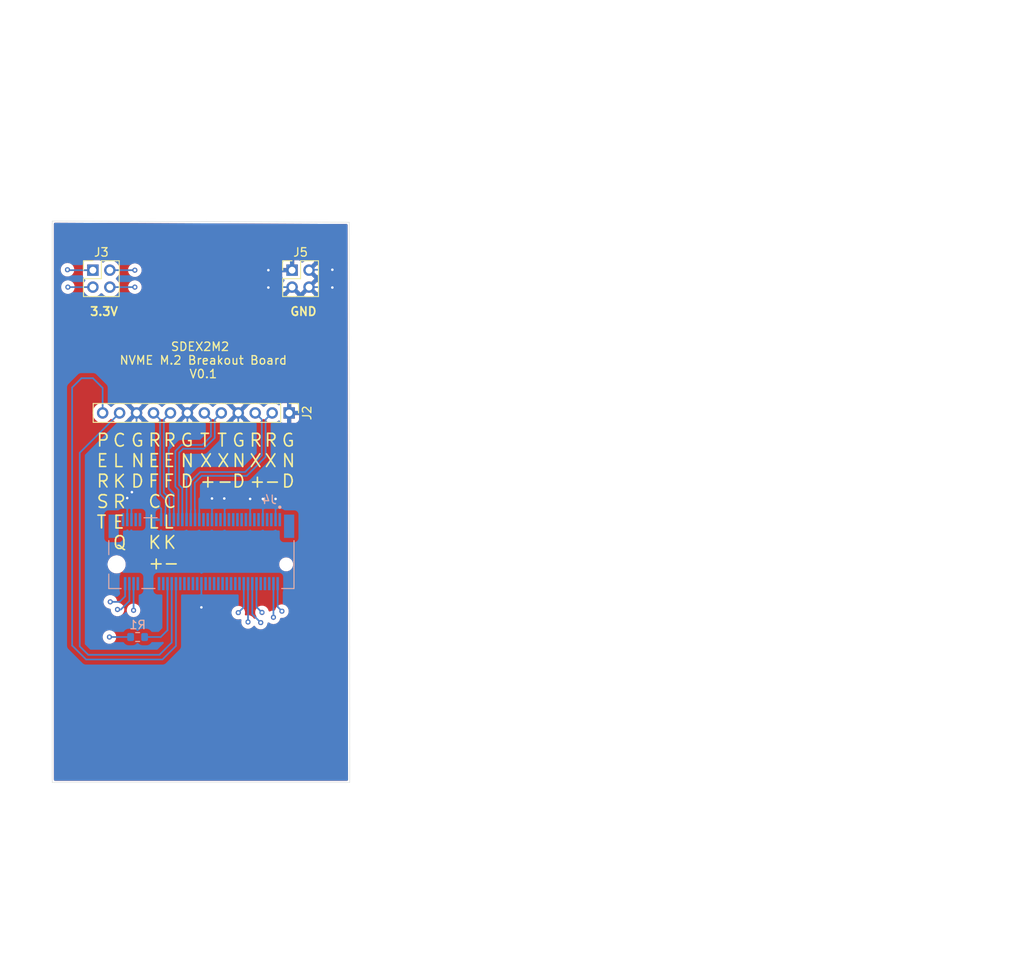
<source format=kicad_pcb>
(kicad_pcb (version 20241229) (generator "pcbnew") (generator_version "9.0")
  (layers (0 "F.Cu" signal) (4 "In1.Cu" signal "In1.GND.Cu") (6 "In2.Cu" signal "In2.VCC.Cu") (8 "In3.Cu" signal "In3.VCC.Cu") (10 "In4.Cu" signal "In4.GND.Cu") (2 "B.Cu" signal) (13 "F.Paste" user) (15 "B.Paste" user) (5 "F.SilkS" user "F.Silkscreen") (7 "B.SilkS" user "B.Silkscreen") (1 "F.Mask" user) (3 "B.Mask" user) (25 "Edge.Cuts" user))
  (net 0 "")
  (net 1 "/TX+")
  (net 2 "/TX-")
  (net 3 "/RX+")
  (net 4 "GND")
  (net 5 "/RX-")
  (net 6 "/REFCLK+")
  (net 7 "/REFCLK-")
  (net 8 "/PERST")
  (net 9 "/CLKREQ")
  (net 10 "/3.3V")
  (net 43 "Net-(J4-Pad54)")
  (footprint "Connector_PinHeader_2.00mm:PinHeader_1x12_P2.00mm_Vertical" (layer "F.Cu") (at 151.35 126.45 -90)
    (property "Reference" "J2" (at 0 -2.11 90) (layer "F.SilkS"))
    (property "Value" "Conn_01x12_Pin")
    (fp_line (start -1.11 23.11) (end 1.11 23.11) (stroke (width 0.12)) (layer "F.SilkS"))
    (fp_line (start -1.11 1) (end -1.11 23.11) (stroke (width 0.12)) (layer "F.SilkS"))
    (fp_line (start -1.11 1) (end 1.11 1) (stroke (width 0.12)) (layer "F.SilkS"))
    (fp_line (start 1.11 1) (end 1.11 23.11) (stroke (width 0.12)) (layer "F.SilkS"))
    (fp_line (start -1.11 0) (end -1.11 -1.11) (stroke (width 0.12)) (layer "F.SilkS"))
    (fp_line (start -1.11 -1.11) (end 0 -1.11) (stroke (width 0.12)) (layer "F.SilkS"))
    (pad "1" thru_hole rect (at 0 0 270) (size 1.35 1.35) (drill 0.8) (layers "*.Cu" "*.Mask") (net 4 "GND"))
    (pad "2" thru_hole circle (at 0 2 270) (size 1.35 1.35) (drill 0.8) (layers "*.Cu" "*.Mask") (net 5 "/RX-"))
    (pad "3" thru_hole circle (at 0 4 270) (size 1.35 1.35) (drill 0.8) (layers "*.Cu" "*.Mask") (net 3 "/RX+"))
    (pad "4" thru_hole circle (at 0 6 270) (size 1.35 1.35) (drill 0.8) (layers "*.Cu" "*.Mask") (net 4 "GND"))
    (pad "5" thru_hole circle (at 0 8 270) (size 1.35 1.35) (drill 0.8) (layers "*.Cu" "*.Mask") (net 2 "/TX-"))
    (pad "6" thru_hole circle (at 0 10 270) (size 1.35 1.35) (drill 0.8) (layers "*.Cu" "*.Mask") (net 1 "/TX+"))
    (pad "7" thru_hole circle (at 0 12 270) (size 1.35 1.35) (drill 0.8) (layers "*.Cu" "*.Mask") (net 4 "GND"))
    (pad "8" thru_hole circle (at 0 14 270) (size 1.35 1.35) (drill 0.8) (layers "*.Cu" "*.Mask") (net 7 "/REFCLK-"))
    (pad "9" thru_hole circle (at 0 16 270) (size 1.35 1.35) (drill 0.8) (layers "*.Cu" "*.Mask") (net 6 "/REFCLK+"))
    (pad "10" thru_hole circle (at 0 18 270) (size 1.35 1.35) (drill 0.8) (layers "*.Cu" "*.Mask") (net 4 "GND"))
    (pad "11" thru_hole circle (at 0 20 270) (size 1.35 1.35) (drill 0.8) (layers "*.Cu" "*.Mask") (net 9 "/CLKREQ"))
    (pad "12" thru_hole circle (at 0 22 270) (size 1.35 1.35) (drill 0.8) (layers "*.Cu" "*.Mask") (net 8 "/PERST"))
  )
  (footprint "Connector_PinHeader_2.00mm:PinHeader_2x02_P2.00mm_Vertical" (layer "F.Cu") (at 128.2 109.6)
    (property "Reference" "J3" (at 1 -2.11 0) (layer "F.SilkS"))
    (property "Value" "Conn_02x02_Counter_Clockwise")
    (fp_line (start -1.11 -1.11) (end 0 -1.11) (stroke (width 0.12)) (layer "F.SilkS"))
    (fp_line (start -1.11 0) (end -1.11 -1.11) (stroke (width 0.12)) (layer "F.SilkS"))
    (fp_line (start -1.11 1) (end -1.11 3.11) (stroke (width 0.12)) (layer "F.SilkS"))
    (fp_line (start -1.11 1) (end 1 1) (stroke (width 0.12)) (layer "F.SilkS"))
    (fp_line (start -1.11 3.11) (end 3.11 3.11) (stroke (width 0.12)) (layer "F.SilkS"))
    (fp_line (start 1 -1.11) (end 3.11 -1.11) (stroke (width 0.12)) (layer "F.SilkS"))
    (fp_line (start 1 1) (end 1 -1.11) (stroke (width 0.12)) (layer "F.SilkS"))
    (fp_line (start 3.11 -1.11) (end 3.11 3.11) (stroke (width 0.12)) (layer "F.SilkS"))
    (pad "1" thru_hole rect (at 0 0) (size 1.35 1.35) (drill 0.8) (layers "*.Cu" "*.Mask") (net 10 "/3.3V"))
    (pad "2" thru_hole circle (at 2 0) (size 1.35 1.35) (drill 0.8) (layers "*.Cu" "*.Mask") (net 10 "/3.3V"))
    (pad "3" thru_hole circle (at 0 2) (size 1.35 1.35) (drill 0.8) (layers "*.Cu" "*.Mask") (net 10 "/3.3V"))
    (pad "4" thru_hole circle (at 2 2) (size 1.35 1.35) (drill 0.8) (layers "*.Cu" "*.Mask") (net 10 "/3.3V"))
  )
  (footprint "Connector_PinHeader_2.00mm:PinHeader_2x02_P2.00mm_Vertical" (layer "F.Cu") (at 151.7 109.6)
    (property "Reference" "J5" (at 1 -2.11 0) (layer "F.SilkS"))
    (property "Value" "Conn_02x02_Counter_Clockwise")
    (fp_line (start -1.11 -1.11) (end 0 -1.11) (stroke (width 0.12)) (layer "F.SilkS"))
    (fp_line (start -1.11 0) (end -1.11 -1.11) (stroke (width 0.12)) (layer "F.SilkS"))
    (fp_line (start -1.11 1) (end -1.11 3.11) (stroke (width 0.12)) (layer "F.SilkS"))
    (fp_line (start -1.11 1) (end 1 1) (stroke (width 0.12)) (layer "F.SilkS"))
    (fp_line (start -1.11 3.11) (end 3.11 3.11) (stroke (width 0.12)) (layer "F.SilkS"))
    (fp_line (start 1 -1.11) (end 3.11 -1.11) (stroke (width 0.12)) (layer "F.SilkS"))
    (fp_line (start 1 1) (end 1 -1.11) (stroke (width 0.12)) (layer "F.SilkS"))
    (fp_line (start 3.11 -1.11) (end 3.11 3.11) (stroke (width 0.12)) (layer "F.SilkS"))
    (pad "1" thru_hole rect (at 0 0) (size 1.35 1.35) (drill 0.8) (layers "*.Cu" "*.Mask") (net 4 "GND"))
    (pad "2" thru_hole circle (at 2 0) (size 1.35 1.35) (drill 0.8) (layers "*.Cu" "*.Mask") (net 4 "GND"))
    (pad "3" thru_hole circle (at 0 2) (size 1.35 1.35) (drill 0.8) (layers "*.Cu" "*.Mask") (net 4 "GND"))
    (pad "4" thru_hole circle (at 2 2) (size 1.35 1.35) (drill 0.8) (layers "*.Cu" "*.Mask") (net 4 "GND"))
  )
  (footprint "10130616-067R2LF:AMPHENOL_10130616-067R2LF" (layer "B.Cu") (at 141 144.325 180)
    (property "Reference" "J4" (at -8.025 7.635 0) (layer "B.SilkS") (effects (justify mirror)))
    (property "Value" "10130616-067R2LF")
    (fp_line (start 10.925 1.145) (end 10.925 2.805) (stroke (width 0.127)) (layer "B.SilkS"))
    (fp_line (start 10.925 -2.85) (end 10.925 -1.145) (stroke (width 0.127)) (layer "B.SilkS"))
    (fp_line (start 9.47 -2.85) (end 10.925 -2.85) (stroke (width 0.127)) (layer "B.SilkS"))
    (fp_line (start 5.47 -2.85) (end 7.03 -2.85) (stroke (width 0.127)) (layer "B.SilkS"))
    (fp_line (start 5.22 5.5) (end 6.78 5.5) (stroke (width 0.127)) (layer "B.SilkS"))
    (fp_line (start -10.925 -2.85) (end -9.47 -2.85) (stroke (width 0.127)) (layer "B.SilkS"))
    (fp_line (start -10.925 -2.85) (end -10.925 2.805) (stroke (width 0.127)) (layer "B.SilkS"))
    (fp_circle (center -9.25 6.75) (end -9.15 6.75) (stroke (width 0.2)) (fill no) (layer "B.SilkS"))
    (pad "" np_thru_hole circle (at -10 0 180) (size 1.15 1.15) (drill 1.15) (layers "*.Cu" "*.Mask"))
    (pad "" np_thru_hole circle (at 10 0 180) (size 1.65 1.65) (drill 1.65) (layers "*.Cu" "*.Mask"))
    (pad "1" smd rect (at -9.25 5.275 180) (size 0.3 1.55) (layers "B.Cu" "B.Mask" "B.Paste"))
    (pad "2" smd rect (at -9 -2.275 180) (size 0.3 1.55) (layers "B.Cu" "B.Mask" "B.Paste") (net 10 "/3.3V"))
    (pad "3" smd rect (at -8.75 5.275 180) (size 0.3 1.55) (layers "B.Cu" "B.Mask" "B.Paste") (net 4 "GND"))
    (pad "4" smd rect (at -8.5 -2.275 180) (size 0.3 1.55) (layers "B.Cu" "B.Mask" "B.Paste") (net 10 "/3.3V"))
    (pad "5" smd rect (at -8.25 5.275 180) (size 0.3 1.55) (layers "B.Cu" "B.Mask" "B.Paste"))
    (pad "6" smd rect (at -8 -2.275 180) (size 0.3 1.55) (layers "B.Cu" "B.Mask" "B.Paste"))
    (pad "7" smd rect (at -7.75 5.275 180) (size 0.3 1.55) (layers "B.Cu" "B.Mask" "B.Paste"))
    (pad "8" smd rect (at -7.5 -2.275 180) (size 0.3 1.55) (layers "B.Cu" "B.Mask" "B.Paste"))
    (pad "9" smd rect (at -7.25 5.275 180) (size 0.3 1.55) (layers "B.Cu" "B.Mask" "B.Paste") (net 4 "GND"))
    (pad "10" smd rect (at -7 -2.275 180) (size 0.3 1.55) (layers "B.Cu" "B.Mask" "B.Paste"))
    (pad "11" smd rect (at -6.75 5.275 180) (size 0.3 1.55) (layers "B.Cu" "B.Mask" "B.Paste"))
    (pad "12" smd rect (at -6.5 -2.275 180) (size 0.3 1.55) (layers "B.Cu" "B.Mask" "B.Paste") (net 10 "/3.3V"))
    (pad "13" smd rect (at -6.25 5.275 180) (size 0.3 1.55) (layers "B.Cu" "B.Mask" "B.Paste"))
    (pad "14" smd rect (at -6 -2.275 180) (size 0.3 1.55) (layers "B.Cu" "B.Mask" "B.Paste") (net 10 "/3.3V"))
    (pad "15" smd rect (at -5.75 5.275 180) (size 0.3 1.55) (layers "B.Cu" "B.Mask" "B.Paste") (net 4 "GND"))
    (pad "16" smd rect (at -5.5 -2.275 180) (size 0.3 1.55) (layers "B.Cu" "B.Mask" "B.Paste") (net 10 "/3.3V"))
    (pad "17" smd rect (at -5.25 5.275 180) (size 0.3 1.55) (layers "B.Cu" "B.Mask" "B.Paste"))
    (pad "18" smd rect (at -5 -2.275 180) (size 0.3 1.55) (layers "B.Cu" "B.Mask" "B.Paste") (net 10 "/3.3V"))
    (pad "19" smd rect (at -4.75 5.275 180) (size 0.3 1.55) (layers "B.Cu" "B.Mask" "B.Paste"))
    (pad "20" smd rect (at -4.5 -2.275 180) (size 0.3 1.55) (layers "B.Cu" "B.Mask" "B.Paste"))
    (pad "21" smd rect (at -4.25 5.275 180) (size 0.3 1.55) (layers "B.Cu" "B.Mask" "B.Paste"))
    (pad "22" smd rect (at -4 -2.275 180) (size 0.3 1.55) (layers "B.Cu" "B.Mask" "B.Paste"))
    (pad "23" smd rect (at -3.75 5.275 180) (size 0.3 1.55) (layers "B.Cu" "B.Mask" "B.Paste"))
    (pad "24" smd rect (at -3.5 -2.275 180) (size 0.3 1.55) (layers "B.Cu" "B.Mask" "B.Paste"))
    (pad "25" smd rect (at -3.25 5.275 180) (size 0.3 1.55) (layers "B.Cu" "B.Mask" "B.Paste"))
    (pad "26" smd rect (at -3 -2.275 180) (size 0.3 1.55) (layers "B.Cu" "B.Mask" "B.Paste"))
    (pad "27" smd rect (at -2.75 5.275 180) (size 0.3 1.55) (layers "B.Cu" "B.Mask" "B.Paste") (net 4 "GND"))
    (pad "28" smd rect (at -2.5 -2.275 180) (size 0.3 1.55) (layers "B.Cu" "B.Mask" "B.Paste"))
    (pad "29" smd rect (at -2.25 5.275 180) (size 0.3 1.55) (layers "B.Cu" "B.Mask" "B.Paste"))
    (pad "30" smd rect (at -2 -2.275 180) (size 0.3 1.55) (layers "B.Cu" "B.Mask" "B.Paste"))
    (pad "31" smd rect (at -1.75 5.275 180) (size 0.3 1.55) (layers "B.Cu" "B.Mask" "B.Paste"))
    (pad "32" smd rect (at -1.5 -2.275 180) (size 0.3 1.55) (layers "B.Cu" "B.Mask" "B.Paste"))
    (pad "33" smd rect (at -1.25 5.275 180) (size 0.3 1.55) (layers "B.Cu" "B.Mask" "B.Paste") (net 4 "GND"))
    (pad "34" smd rect (at -1 -2.275 180) (size 0.3 1.55) (layers "B.Cu" "B.Mask" "B.Paste"))
    (pad "35" smd rect (at -0.75 5.275 180) (size 0.3 1.55) (layers "B.Cu" "B.Mask" "B.Paste"))
    (pad "36" smd rect (at -0.5 -2.275 180) (size 0.3 1.55) (layers "B.Cu" "B.Mask" "B.Paste"))
    (pad "37" smd rect (at -0.25 5.275 180) (size 0.3 1.55) (layers "B.Cu" "B.Mask" "B.Paste"))
    (pad "38" smd rect (at 0 -2.275 180) (size 0.3 1.55) (layers "B.Cu" "B.Mask" "B.Paste") (net 4 "GND"))
    (pad "39" smd rect (at 0.25 5.275 180) (size 0.3 1.55) (layers "B.Cu" "B.Mask" "B.Paste") (net 4 "GND"))
    (pad "40" smd rect (at 0.5 -2.275 180) (size 0.3 1.55) (layers "B.Cu" "B.Mask" "B.Paste"))
    (pad "41" smd rect (at 0.75 5.275 180) (size 0.3 1.55) (layers "B.Cu" "B.Mask" "B.Paste") (net 5 "/RX-"))
    (pad "42" smd rect (at 1 -2.275 180) (size 0.3 1.55) (layers "B.Cu" "B.Mask" "B.Paste"))
    (pad "43" smd rect (at 1.25 5.275 180) (size 0.3 1.55) (layers "B.Cu" "B.Mask" "B.Paste") (net 3 "/RX+"))
    (pad "44" smd rect (at 1.5 -2.275 180) (size 0.3 1.55) (layers "B.Cu" "B.Mask" "B.Paste"))
    (pad "45" smd rect (at 1.75 5.275 180) (size 0.3 1.55) (layers "B.Cu" "B.Mask" "B.Paste") (net 4 "GND"))
    (pad "46" smd rect (at 2 -2.275 180) (size 0.3 1.55) (layers "B.Cu" "B.Mask" "B.Paste"))
    (pad "47" smd rect (at 2.25 5.275 180) (size 0.3 1.55) (layers "B.Cu" "B.Mask" "B.Paste") (net 2 "/TX-"))
    (pad "48" smd rect (at 2.5 -2.275 180) (size 0.3 1.55) (layers "B.Cu" "B.Mask" "B.Paste"))
    (pad "49" smd rect (at 2.75 5.275 180) (size 0.3 1.55) (layers "B.Cu" "B.Mask" "B.Paste") (net 1 "/TX+"))
    (pad "50" smd rect (at 3 -2.275 180) (size 0.3 1.55) (layers "B.Cu" "B.Mask" "B.Paste") (net 8 "/PERST"))
    (pad "51" smd rect (at 3.25 5.275 180) (size 0.3 1.55) (layers "B.Cu" "B.Mask" "B.Paste") (net 4 "GND"))
    (pad "52" smd rect (at 3.5 -2.275 180) (size 0.3 1.55) (layers "B.Cu" "B.Mask" "B.Paste") (net 9 "/CLKREQ"))
    (pad "53" smd rect (at 3.75 5.275 180) (size 0.3 1.55) (layers "B.Cu" "B.Mask" "B.Paste") (net 7 "/REFCLK-"))
    (pad "54" smd rect (at 4 -2.275 180) (size 0.3 1.55) (layers "B.Cu" "B.Mask" "B.Paste") (net 43 "Net-(J4-Pad54)"))
    (pad "55" smd rect (at 4.25 5.275 180) (size 0.3 1.55) (layers "B.Cu" "B.Mask" "B.Paste") (net 6 "/REFCLK+"))
    (pad "56" smd rect (at 4.5 -2.275 180) (size 0.3 1.55) (layers "B.Cu" "B.Mask" "B.Paste"))
    (pad "57" smd rect (at 4.75 5.275 180) (size 0.3 1.55) (layers "B.Cu" "B.Mask" "B.Paste") (net 4 "GND"))
    (pad "58" smd rect (at 5 -2.275 180) (size 0.3 1.55) (layers "B.Cu" "B.Mask" "B.Paste"))
    (pad "67" smd rect (at 7.25 5.275 180) (size 0.3 1.55) (layers "B.Cu" "B.Mask" "B.Paste"))
    (pad "68" smd rect (at 7.5 -2.275 180) (size 0.3 1.55) (layers "B.Cu" "B.Mask" "B.Paste"))
    (pad "69" smd rect (at 7.75 5.275 180) (size 0.3 1.55) (layers "B.Cu" "B.Mask" "B.Paste"))
    (pad "70" smd rect (at 8 -2.275 180) (size 0.3 1.55) (layers "B.Cu" "B.Mask" "B.Paste") (net 10 "/3.3V"))
    (pad "71" smd rect (at 8.25 5.275 180) (size 0.3 1.55) (layers "B.Cu" "B.Mask" "B.Paste") (net 4 "GND"))
    (pad "72" smd rect (at 8.5 -2.275 180) (size 0.3 1.55) (layers "B.Cu" "B.Mask" "B.Paste") (net 10 "/3.3V"))
    (pad "73" smd rect (at 8.75 5.275 180) (size 0.3 1.55) (layers "B.Cu" "B.Mask" "B.Paste") (net 4 "GND"))
    (pad "74" smd rect (at 9 -2.275 180) (size 0.3 1.55) (layers "B.Cu" "B.Mask" "B.Paste") (net 10 "/3.3V"))
    (pad "75" smd rect (at 9.25 5.275 180) (size 0.3 1.55) (layers "B.Cu" "B.Mask" "B.Paste"))
    (pad "SH1" smd rect (at -10.35 4.5 180) (size 1.2 2.75) (layers "B.Cu" "B.Mask" "B.Paste"))
    (pad "SH2" smd rect (at 10.35 4.5 180) (size 1.2 2.75) (layers "B.Cu" "B.Mask" "B.Paste"))
  )
  (footprint "Resistor_SMD:R_0603_1608Metric" (layer "B.Cu") (at 133.475 152.9 180)
    (property "Reference" "R1" (at 0 1.43 0) (layer "B.SilkS") (effects (justify mirror)))
    (property "Value" "R_Small (Pull-Up) 33kΩ")
    (fp_line (start -0.237258 0.5225) (end 0.237258 0.5225) (stroke (width 0.12)) (layer "B.SilkS"))
    (fp_line (start -0.237258 -0.5225) (end 0.237258 -0.5225) (stroke (width 0.12)) (layer "B.SilkS"))
    (pad "1" smd roundrect (at -0.825 0 180) (size 0.8 0.95) (layers "B.Cu" "B.Mask" "B.Paste") (net 43 "Net-(J4-Pad54)"))
    (pad "2" smd roundrect (at 0.825 0 180) (size 0.8 0.95) (layers "B.Cu" "B.Mask" "B.Paste") (net 10 "/3.3V"))
  )
  (gr_line (start 123.4 170.07) (end 158.5 170.07) (stroke (width 0.05)) (layer "Edge.Cuts"))
  (gr_line (start 158.45 103.95) (end 158.5 170.07) (stroke (width 0.05)) (layer "Edge.Cuts"))
  (gr_line (start 123.4 103.8) (end 123.4 170.07) (stroke (width 0.05)) (layer "Edge.Cuts"))
  (gr_line (start 123.4 103.8) (end 158.45 103.95) (stroke (width 0.05)) (layer "Edge.Cuts"))
  (gr_text "3.3V" (at 127.762 115.062 0) (layer "F.SilkS") (effects (font (size 1 1) (thickness 0.2) (bold yes)) (justify left bottom)))
  (gr_text "GND" (at 151.384 115.062 0) (layer "F.SilkS") (effects (font (size 1 1) (thickness 0.2) (bold yes)) (justify left bottom)))
  (gr_text "T\nX\n+" (at 140.716 135.382 0) (layer "F.SilkS") (effects (font (size 1.5 1.5) (thickness 0.1875)) (justify left bottom)))
  (gr_text "R\nX\n+" (at 146.558 135.382 0) (layer "F.SilkS") (effects (font (size 1.5 1.5) (thickness 0.1875)) (justify left bottom)))
  (gr_text "SDEX2M2 \nNVME M.2 Breakout Board\nV0.1" (at 141.224 122.428 0) (layer "F.SilkS") (effects (font (size 1 1)) (justify bottom)))
  (gr_text "G\nN\nD" (at 150.368 135.382 0) (layer "F.SilkS") (effects (font (size 1.5 1.5) (thickness 0.1875)) (justify left bottom)))
  (gr_text "G\nN\nD" (at 138.43 135.382 0) (layer "F.SilkS") (effects (font (size 1.5 1.5) (thickness 0.1875)) (justify left bottom)))
  (gr_text "P\nE\nR\nS\nT" (at 128.524 140.208 0) (layer "F.SilkS") (effects (font (size 1.5 1.5) (thickness 0.1875)) (justify left bottom)))
  (gr_text "G\nN\nD" (at 132.588 135.382 0) (layer "F.SilkS") (effects (font (size 1.5 1.5) (thickness 0.1875)) (justify left bottom)))
  (gr_text "G\nN\nD" (at 144.526 135.382 0) (layer "F.SilkS") (effects (font (size 1.5 1.5) (thickness 0.1875)) (justify left bottom)))
  (gr_text "R\nE\nF\nC\nL\nK\n+" (at 134.62 145.034 0) (layer "F.SilkS") (effects (font (size 1.5 1.5) (thickness 0.1875)) (justify left bottom)))
  (gr_text "T\nX\n-" (at 142.748 135.382 0) (layer "F.SilkS") (effects (font (size 1.5 1.5) (thickness 0.1875)) (justify left bottom)))
  (gr_text "R\nE\nF\nC\nL\nK\n-" (at 136.398 145.034 0) (layer "F.SilkS") (effects (font (size 1.5 1.5) (thickness 0.1875)) (justify left bottom)))
  (gr_text "R\nX\n-" (at 148.336 135.382 0) (layer "F.SilkS") (effects (font (size 1.5 1.5) (thickness 0.1875)) (justify left bottom)))
  (gr_text "C\nL\nK\nR\nE\nQ" (at 130.451552 142.634195 0) (layer "F.SilkS") (effects (font (size 1.5 1.5) (thickness 0.1875)) (justify left bottom)))
  (segment (start 138.299999 139.000001) (end 138.25 139.05) (width 0.2) (layer "B.Cu") (net 1))
  (segment (start 137.925 130.956802) (end 137.925 135.143198) (width 0.2) (layer "B.Cu") (net 1))
  (segment (start 141.35 126.45) (end 142.124999 127.224999) (width 0.2) (layer "B.Cu") (net 1))
  (segment (start 142.124999 129.206803) (end 141.106802 130.225) (width 0.2) (layer "B.Cu") (net 1))
  (segment (start 141.106802 130.225) (end 138.656802 130.225) (width 0.2) (layer "B.Cu") (net 1))
  (segment (start 138.299999 135.518197) (end 138.299999 139.000001) (width 0.2) (layer "B.Cu") (net 1))
  (segment (start 142.124999 127.224999) (end 142.124999 129.206803) (width 0.2) (layer "B.Cu") (net 1))
  (segment (start 138.656802 130.225) (end 137.925 130.956802) (width 0.2) (layer "B.Cu") (net 1))
  (segment (start 137.925 135.143198) (end 138.299999 135.518197) (width 0.2) (layer "B.Cu") (net 1))
  (segment (start 138.375 134.956802) (end 138.75 135.331802) (width 0.2) (layer "B.Cu") (net 2))
  (segment (start 143.35 126.45) (end 142.575001 127.224999) (width 0.2) (layer "B.Cu") (net 2))
  (segment (start 138.375 131.143198) (end 138.375 134.956802) (width 0.2) (layer "B.Cu") (net 2))
  (segment (start 142.575001 127.224999) (end 142.575001 129.393197) (width 0.2) (layer "B.Cu") (net 2))
  (segment (start 138.843198 130.675) (end 138.375 131.143198) (width 0.2) (layer "B.Cu") (net 2))
  (segment (start 138.75 135.331802) (end 138.75 139.05) (width 0.2) (layer "B.Cu") (net 2))
  (segment (start 141.293198 130.675) (end 138.843198 130.675) (width 0.2) (layer "B.Cu") (net 2))
  (segment (start 142.575001 129.393197) (end 141.293198 130.675) (width 0.2) (layer "B.Cu") (net 2))
  (segment (start 146.156802 133.425) (end 148.124999 131.456803) (width 0.2) (layer "B.Cu") (net 3))
  (segment (start 148.124999 127.224999) (end 147.35 126.45) (width 0.2) (layer "B.Cu") (net 3))
  (segment (start 148.124999 131.456803) (end 148.124999 127.224999) (width 0.2) (layer "B.Cu") (net 3))
  (segment (start 139.775 134.506802) (end 140.856802 133.425) (width 0.2) (layer "B.Cu") (net 3))
  (segment (start 140.856802 133.425) (end 146.156802 133.425) (width 0.2) (layer "B.Cu") (net 3))
  (segment (start 139.75 139.05) (end 139.75 137.887499) (width 0.2) (layer "B.Cu") (net 3))
  (segment (start 139.75 137.887499) (end 139.775 137.862499) (width 0.2) (layer "B.Cu") (net 3))
  (segment (start 139.775 137.862499) (end 139.775 134.506802) (width 0.2) (layer "B.Cu") (net 3))
  (via (at 148.9 109.6) (size 0.6) (drill 0.3) (layers "F.Cu" "B.Cu") (net 4))
  (via (at 156.45 109.55) (size 0.6) (drill 0.3) (layers "F.Cu" "B.Cu") (net 4))
  (via (at 148.25 136.6) (size 0.6) (drill 0.3) (layers "F.Cu" "B.Cu") (net 4))
  (via (at 146.75 136.6) (size 0.6) (drill 0.3) (layers "F.Cu" "B.Cu") (net 4))
  (via (at 132.25 136.5) (size 0.6) (drill 0.3) (layers "F.Cu" "B.Cu") (net 4))
  (via (at 132.8 135.8) (size 0.6) (drill 0.3) (layers "F.Cu" "B.Cu") (net 4))
  (via (at 143.7 136.55) (size 0.6) (drill 0.3) (layers "F.Cu" "B.Cu") (net 4))
  (via (at 141 149.4) (size 0.6) (drill 0.3) (layers "F.Cu" "B.Cu") (net 4))
  (via (at 142.25 136.55) (size 0.6) (drill 0.3) (layers "F.Cu" "B.Cu") (net 4))
  (via (at 149.75 136.6) (size 0.6) (drill 0.3) (layers "F.Cu" "B.Cu") (net 4))
  (via (at 148.9 111.65) (size 0.6) (drill 0.3) (layers "F.Cu" "B.Cu") (net 4))
  (via (at 156.45 111.65) (size 0.6) (drill 0.3) (layers "F.Cu" "B.Cu") (net 4))
  (segment (start 146.75 139.05) (end 146.75 136.6) (width 0.2) (layer "B.Cu") (net 4))
  (segment (start 153.7 111.6) (end 156.4 111.6) (width 0.2) (layer "B.Cu") (net 4))
  (segment (start 147.65 134.75) (end 147.7 134.8) (width 0.2) (layer "B.Cu") (net 4))
  (segment (start 132.25 139.05) (end 132.25 136.5) (width 0.2) (layer "B.Cu") (net 4))
  (segment (start 141 146.6) (end 141 149.4) (width 0.2) (layer "B.Cu") (net 4))
  (segment (start 139.25 139.05) (end 139.25 133.65) (width 0.2) (layer "B.Cu") (net 4))
  (segment (start 133.35 129.35) (end 133.35 126.45) (width 0.2) (layer "B.Cu") (net 4))
  (segment (start 135.6 131.6) (end 133.35 129.35) (width 0.2) (layer "B.Cu") (net 4))
  (segment (start 136.25 139.05) (end 136.25 137.75) (width 0.2) (layer "B.Cu") (net 4))
  (segment (start 142.6 134.75) (end 147.65 134.75) (width 0.2) (layer "B.Cu") (net 4))
  (segment (start 148.25 139.05) (end 148.25 136.6) (width 0.2) (layer "B.Cu") (net 4))
  (segment (start 156.67 137.98) (end 156.68 137.97) (width 0.2) (layer "B.Cu") (net 4))
  (segment (start 138.15 129.55) (end 138.85 129.55) (width 0.2) (layer "B.Cu") (net 4))
  (segment (start 143.75 139.05) (end 143.75 136.6) (width 0.2) (layer "B.Cu") (net 4))
  (segment (start 151.7 109.6) (end 148.9 109.6) (width 0.2) (layer "B.Cu") (net 4))
  (segment (start 132.75 135.85) (end 132.8 135.8) (width 0.2) (layer "B.Cu") (net 4))
  (segment (start 145.35 131.85) (end 145.35 126.45) (width 0.2) (layer "B.Cu") (net 4))
  (segment (start 151.7 111.6) (end 148.95 111.6) (width 0.2) (layer "B.Cu") (net 4))
  (segment (start 156.45 109.55) (end 153.75 109.55) (width 0.2) (layer "B.Cu") (net 4))
  (segment (start 151.35 131.15) (end 151.35 126.45) (width 0.2) (layer "B.Cu") (net 4))
  (segment (start 149.75 139.05) (end 149.75 136.6) (width 0.2) (layer "B.Cu") (net 4))
  (segment (start 156.4 111.6) (end 156.45 111.65) (width 0.2) (layer "B.Cu") (net 4))
  (segment (start 132.75 139.05) (end 132.75 135.85) (width 0.2) (layer "B.Cu") (net 4))
  (segment (start 148.95 111.6) (end 148.9 111.65) (width 0.2) (layer "B.Cu") (net 4))
  (segment (start 137.75 136) (end 137.75 139.05) (width 0.2) (layer "B.Cu") (net 4))
  (segment (start 139.35 129.05) (end 139.35 126.45) (width 0.2) (layer "B.Cu") (net 4))
  (segment (start 139.25 133.65) (end 140.45 132.45) (width 0.2) (layer "B.Cu") (net 4))
  (segment (start 143.75 136.6) (end 143.7 136.55) (width 0.2) (layer "B.Cu") (net 4))
  (segment (start 137.15 135.4) (end 137.15 130.55) (width 0.2) (layer "B.Cu") (net 4))
  (segment (start 140.45 132.45) (end 144.75 132.45) (width 0.2) (layer "B.Cu") (net 4))
  (segment (start 140.75 136.6) (end 142.6 134.75) (width 0.2) (layer "B.Cu") (net 4))
  (segment (start 137.15 130.55) (end 138.15 129.55) (width 0.2) (layer "B.Cu") (net 4))
  (segment (start 144.75 132.45) (end 145.35 131.85) (width 0.2) (layer "B.Cu") (net 4))
  (segment (start 147.7 134.8) (end 151.35 131.15) (width 0.2) (layer "B.Cu") (net 4))
  (segment (start 140.75 139.05) (end 140.75 136.6) (width 0.2) (layer "B.Cu") (net 4))
  (segment (start 138.85 129.55) (end 139.35 129.05) (width 0.2) (layer "B.Cu") (net 4))
  (segment (start 136.25 137.75) (end 135.6 137.1) (width 0.2) (layer "B.Cu") (net 4))
  (segment (start 135.6 137.1) (end 135.6 131.6) (width 0.2) (layer "B.Cu") (net 4))
  (segment (start 153.75 109.55) (end 153.7 109.6) (width 0.2) (layer "B.Cu") (net 4))
  (segment (start 137.15 135.4) (end 137.75 136) (width 0.2) (layer "B.Cu") (net 4))
  (segment (start 156.66 149.28) (end 156.69 149.25) (width 0.2) (layer "B.Cu") (net 4))
  (segment (start 142.25 139.05) (end 142.25 136.55) (width 0.2) (layer "B.Cu") (net 4))
  (segment (start 148.575001 131.643197) (end 148.575001 127.224999) (width 0.2) (layer "B.Cu") (net 5))
  (segment (start 140.225 137.862499) (end 140.225 134.693198) (width 0.2) (layer "B.Cu") (net 5))
  (segment (start 140.25 139.05) (end 140.25 137.887499) (width 0.2) (layer "B.Cu") (net 5))
  (segment (start 140.25 137.887499) (end 140.225 137.862499) (width 0.2) (layer "B.Cu") (net 5))
  (segment (start 148.575001 127.224999) (end 149.35 126.45) (width 0.2) (layer "B.Cu") (net 5))
  (segment (start 140.225 134.693198) (end 141.043198 133.875) (width 0.2) (layer "B.Cu") (net 5))
  (segment (start 141.043198 133.875) (end 146.343198 133.875) (width 0.2) (layer "B.Cu") (net 5))
  (segment (start 146.343198 133.875) (end 148.575001 131.643197) (width 0.2) (layer "B.Cu") (net 5))
  (segment (start 135.35 126.45) (end 136.124999 127.224999) (width 0.2) (layer "B.Cu") (net 6))
  (segment (start 136.75 137.887499) (end 136.75 139.05) (width 0.2) (layer "B.Cu") (net 6))
  (segment (start 136.124999 127.224999) (end 136.124999 136.043197) (width 0.2) (layer "B.Cu") (net 6))
  (segment (start 136.775 137.862499) (end 136.75 137.887499) (width 0.2) (layer "B.Cu") (net 6))
  (segment (start 136.124999 136.043197) (end 136.775 136.693198) (width 0.2) (layer "B.Cu") (net 6))
  (segment (start 136.775 136.693198) (end 136.775 137.862499) (width 0.2) (layer "B.Cu") (net 6))
  (segment (start 137.225 136.506802) (end 137.225 137.862499) (width 0.2) (layer "B.Cu") (net 7))
  (segment (start 137.25 137.887499) (end 137.25 139.05) (width 0.2) (layer "B.Cu") (net 7))
  (segment (start 137.225 137.862499) (end 137.25 137.887499) (width 0.2) (layer "B.Cu") (net 7))
  (segment (start 136.575001 127.224999) (end 136.575001 135.856803) (width 0.2) (layer "B.Cu") (net 7))
  (segment (start 137.35 126.45) (end 136.575001 127.224999) (width 0.2) (layer "B.Cu") (net 7))
  (segment (start 136.575001 135.856803) (end 137.225 136.506802) (width 0.2) (layer "B.Cu") (net 7))
  (segment (start 125.75 123.45) (end 125.75 153.9) (width 0.2) (layer "B.Cu") (net 8))
  (segment (start 126.85 122.35) (end 125.75 123.45) (width 0.2) (layer "B.Cu") (net 8))
  (segment (start 138 153.95) (end 138 146.6) (width 0.2) (layer "B.Cu") (net 8))
  (segment (start 129.35 123.5) (end 128.2 122.35) (width 0.2) (layer "B.Cu") (net 8))
  (segment (start 127.4 155.55) (end 136.4 155.55) (width 0.2) (layer "B.Cu") (net 8))
  (segment (start 128.2 122.35) (end 126.85 122.35) (width 0.2) (layer "B.Cu") (net 8))
  (segment (start 125.75 153.9) (end 127.4 155.55) (width 0.2) (layer "B.Cu") (net 8))
  (segment (start 136.4 155.55) (end 138 153.95) (width 0.2) (layer "B.Cu") (net 8))
  (segment (start 129.35 126.45) (end 129.35 123.5) (width 0.2) (layer "B.Cu") (net 8))
  (segment (start 126.65 154) (end 126.65 131.15) (width 0.2) (layer "B.Cu") (net 9))
  (segment (start 137.5 153.55) (end 136.05 155) (width 0.2) (layer "B.Cu") (net 9))
  (segment (start 137.5 146.6) (end 137.5 153.55) (width 0.2) (layer "B.Cu") (net 9))
  (segment (start 136.05 155) (end 127.65 155) (width 0.2) (layer "B.Cu") (net 9))
  (segment (start 127.65 155) (end 126.65 154) (width 0.2) (layer "B.Cu") (net 9))
  (segment (start 126.65 131.15) (end 131.35 126.45) (width 0.2) (layer "B.Cu") (net 9))
  (via (at 131.1 149.65) (size 0.6) (drill 0.3) (layers "F.Cu" "B.Cu") (net 10))
  (via (at 133.15 111.6) (size 0.6) (drill 0.3) (layers "F.Cu" "B.Cu") (net 10))
  (via (at 145.35 150.025) (size 0.6) (drill 0.3) (layers "F.Cu" "B.Cu") (net 10))
  (via (at 148 151.2) (size 0.6) (drill 0.3) (layers "F.Cu" "B.Cu") (net 10))
  (via (at 146.5 151.125) (size 0.6) (drill 0.3) (layers "F.Cu" "B.Cu") (net 10))
  (via (at 125.2 109.55) (size 0.6) (drill 0.3) (layers "F.Cu" "B.Cu") (net 10))
  (via (at 130.25 148.75) (size 0.6) (drill 0.3) (layers "F.Cu" "B.Cu") (net 10))
  (via (at 125.25 111.6) (size 0.6) (drill 0.3) (layers "F.Cu" "B.Cu") (net 10))
  (via (at 133.15 109.6) (size 0.6) (drill 0.3) (layers "F.Cu" "B.Cu") (net 10))
  (via (at 150.5 149.85) (size 0.6) (drill 0.3) (layers "F.Cu" "B.Cu") (net 10))
  (via (at 130.15 152.9) (size 0.6) (drill 0.3) (layers "F.Cu" "B.Cu") (net 10))
  (via (at 148.15 150) (size 0.6) (drill 0.3) (layers "F.Cu" "B.Cu") (net 10))
  (via (at 133 149.75) (size 0.6) (drill 0.3) (layers "F.Cu" "B.Cu") (net 10))
  (via (at 149.5 150.575) (size 0.6) (drill 0.3) (layers "F.Cu" "B.Cu") (net 10))
  (segment (start 149.5 150.575) (end 149.5 146.6) (width 0.2) (layer "B.Cu") (net 10))
  (segment (start 131.35 148.75) (end 132 148.1) (width 0.2) (layer "B.Cu") (net 10))
  (segment (start 150.5 149.85) (end 150 149.35) (width 0.2) (layer "B.Cu") (net 10))
  (segment (start 133 149.75) (end 133 146.6) (width 0.2) (layer "B.Cu") (net 10))
  (segment (start 128.2 109.6) (end 125.25 109.6) (width 0.2) (layer "B.Cu") (net 10))
  (segment (start 148.15 150) (end 147.5 149.35) (width 0.2) (layer "B.Cu") (net 10))
  (segment (start 131.5 149.65) (end 132.5 148.65) (width 0.2) (layer "B.Cu") (net 10))
  (segment (start 130.2 111.6) (end 133.15 111.6) (width 0.2) (layer "B.Cu") (net 10))
  (segment (start 146 149.375) (end 145.35 150.025) (width 0.2) (layer "B.Cu") (net 10))
  (segment (start 146.5 151.125) (end 146.5 146.6) (width 0.2) (layer "B.Cu") (net 10))
  (segment (start 132.65 152.9) (end 130.15 152.9) (width 0.2) (layer "B.Cu") (net 10))
  (segment (start 125.25 109.6) (end 125.2 109.55) (width 0.2) (layer "B.Cu") (net 10))
  (segment (start 147 150.2) (end 148 151.2) (width 0.2) (layer "B.Cu") (net 10))
  (segment (start 146 146.6) (end 146 149.375) (width 0.2) (layer "B.Cu") (net 10))
  (segment (start 132.5 148.65) (end 132.5 146.6) (width 0.2) (layer "B.Cu") (net 10))
  (segment (start 125.25 111.6) (end 128.2 111.6) (width 0.2) (layer "B.Cu") (net 10))
  (segment (start 150 149.35) (end 150 146.6) (width 0.2) (layer "B.Cu") (net 10))
  (segment (start 147.5 149.35) (end 147.5 146.6) (width 0.2) (layer "B.Cu") (net 10))
  (segment (start 130.25 148.75) (end 131.35 148.75) (width 0.2) (layer "B.Cu") (net 10))
  (segment (start 132 148.1) (end 132 146.6) (width 0.2) (layer "B.Cu") (net 10))
  (segment (start 147 146.6) (end 147 150.2) (width 0.2) (layer "B.Cu") (net 10))
  (segment (start 131.1 149.65) (end 131.5 149.65) (width 0.2) (layer "B.Cu") (net 10))
  (segment (start 130.2 109.6) (end 133.15 109.6) (width 0.2) (layer "B.Cu") (net 10))
  (segment (start 137 152.1) (end 136.2 152.9) (width 0.2) (layer "B.Cu") (net 43))
  (segment (start 136.2 152.9) (end 134.3 152.9) (width 0.2) (layer "B.Cu") (net 43))
  (segment (start 137 146.6) (end 137 152.1) (width 0.2) (layer "B.Cu") (net 43))
  (zone (net 4) (net_name "GND") (layer "F.Cu") (connect_pads (clearance 0.5)) (min_thickness 0.25) (fill yes (thermal_gap 0.5) (thermal_bridge_width 0.5))
    (polygon (pts (xy 158.752579 103.808241) (xy 158.587405 170.53854) (xy 123.524639 170.439493) (xy 123.194856 103.658208)))
  )
  (zone (net 4) (net_name "GND") (layer "B.Cu") (priority 1) (connect_pads (clearance 0.5)) (min_thickness 0.25) (fill yes (thermal_gap 0.5) (thermal_bridge_width 0.5))
    (polygon (pts (xy 158.752593 103.802755) (xy 158.587418 170.533245) (xy 123.524613 170.434198) (xy 123.194829 103.652722)))
  )
)
</source>
